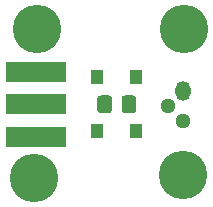
<source format=gbr>
%TF.GenerationSoftware,KiCad,Pcbnew,(5.1.6-0-10_14)*%
%TF.CreationDate,2020-10-21T16:06:14-07:00*%
%TF.ProjectId,photodiode_pcb,70686f74-6f64-4696-9f64-655f7063622e,rev?*%
%TF.SameCoordinates,Original*%
%TF.FileFunction,Soldermask,Top*%
%TF.FilePolarity,Negative*%
%FSLAX46Y46*%
G04 Gerber Fmt 4.6, Leading zero omitted, Abs format (unit mm)*
G04 Created by KiCad (PCBNEW (5.1.6-0-10_14)) date 2020-10-21 16:06:14*
%MOMM*%
%LPD*%
G01*
G04 APERTURE LIST*
%ADD10R,5.180000X1.700000*%
%ADD11C,4.100000*%
%ADD12O,1.300000X1.300000*%
%ADD13O,1.300000X1.700000*%
%ADD14R,1.000000X1.300000*%
G04 APERTURE END LIST*
D10*
%TO.C,J1*%
X138811000Y-97385000D03*
X138811000Y-91845000D03*
X138811000Y-94615000D03*
%TD*%
D11*
%TO.C,H4*%
X151384000Y-88265000D03*
%TD*%
%TO.C,H3*%
X151257000Y-100584000D03*
%TD*%
%TO.C,H2*%
X138938000Y-88265000D03*
%TD*%
%TO.C,H1*%
X138684000Y-100838000D03*
%TD*%
%TO.C,R1*%
G36*
G01*
X146078000Y-95093262D02*
X146078000Y-94136738D01*
G75*
G02*
X146349738Y-93865000I271738J0D01*
G01*
X147056262Y-93865000D01*
G75*
G02*
X147328000Y-94136738I0J-271738D01*
G01*
X147328000Y-95093262D01*
G75*
G02*
X147056262Y-95365000I-271738J0D01*
G01*
X146349738Y-95365000D01*
G75*
G02*
X146078000Y-95093262I0J271738D01*
G01*
G37*
G36*
G01*
X144028000Y-95093262D02*
X144028000Y-94136738D01*
G75*
G02*
X144299738Y-93865000I271738J0D01*
G01*
X145006262Y-93865000D01*
G75*
G02*
X145278000Y-94136738I0J-271738D01*
G01*
X145278000Y-95093262D01*
G75*
G02*
X145006262Y-95365000I-271738J0D01*
G01*
X144299738Y-95365000D01*
G75*
G02*
X144028000Y-95093262I0J271738D01*
G01*
G37*
%TD*%
D12*
%TO.C,D3*%
X151257000Y-96012000D03*
X149987000Y-94742000D03*
D13*
X151257000Y-93472000D03*
%TD*%
D14*
%TO.C,D2*%
X147318000Y-96901000D03*
X144018000Y-96901000D03*
%TD*%
%TO.C,D1*%
X144018000Y-92329000D03*
X147318000Y-92329000D03*
%TD*%
M02*

</source>
